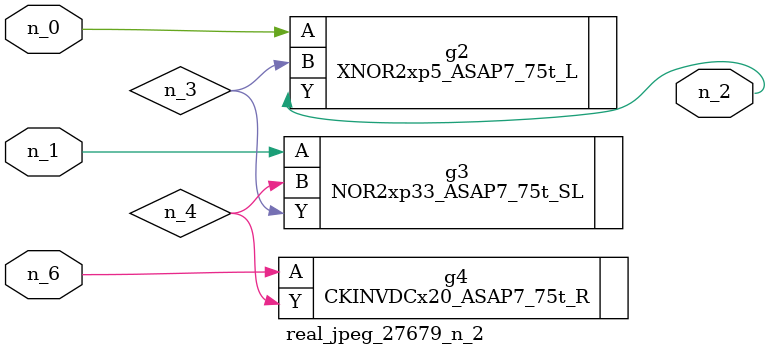
<source format=v>
module real_jpeg_27679_n_2 (n_6, n_1, n_0, n_2);

input n_6;
input n_1;
input n_0;

output n_2;

wire n_4;
wire n_3;

XNOR2xp5_ASAP7_75t_L g2 ( 
.A(n_0),
.B(n_3),
.Y(n_2)
);

NOR2xp33_ASAP7_75t_SL g3 ( 
.A(n_1),
.B(n_4),
.Y(n_3)
);

CKINVDCx20_ASAP7_75t_R g4 ( 
.A(n_6),
.Y(n_4)
);


endmodule
</source>
